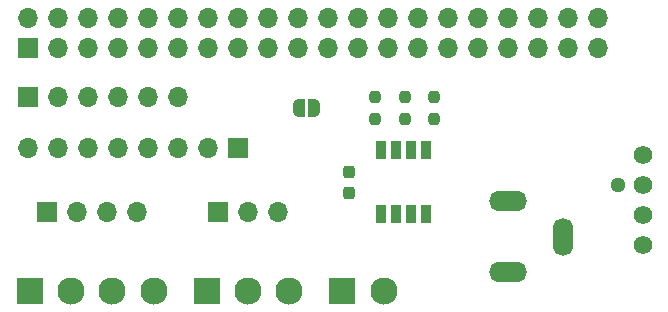
<source format=gts>
G04 #@! TF.GenerationSoftware,KiCad,Pcbnew,7.0.11-7.0.11~ubuntu22.04.1*
G04 #@! TF.CreationDate,2024-06-23T17:04:06+02:00*
G04 #@! TF.ProjectId,RaspiZeroHat_12v_v2.5c,52617370-695a-4657-926f-4861745f3132,rev?*
G04 #@! TF.SameCoordinates,Original*
G04 #@! TF.FileFunction,Soldermask,Top*
G04 #@! TF.FilePolarity,Negative*
%FSLAX46Y46*%
G04 Gerber Fmt 4.6, Leading zero omitted, Abs format (unit mm)*
G04 Created by KiCad (PCBNEW 7.0.11-7.0.11~ubuntu22.04.1) date 2024-06-23 17:04:06*
%MOMM*%
%LPD*%
G01*
G04 APERTURE LIST*
G04 Aperture macros list*
%AMRoundRect*
0 Rectangle with rounded corners*
0 $1 Rounding radius*
0 $2 $3 $4 $5 $6 $7 $8 $9 X,Y pos of 4 corners*
0 Add a 4 corners polygon primitive as box body*
4,1,4,$2,$3,$4,$5,$6,$7,$8,$9,$2,$3,0*
0 Add four circle primitives for the rounded corners*
1,1,$1+$1,$2,$3*
1,1,$1+$1,$4,$5*
1,1,$1+$1,$6,$7*
1,1,$1+$1,$8,$9*
0 Add four rect primitives between the rounded corners*
20,1,$1+$1,$2,$3,$4,$5,0*
20,1,$1+$1,$4,$5,$6,$7,0*
20,1,$1+$1,$6,$7,$8,$9,0*
20,1,$1+$1,$8,$9,$2,$3,0*%
%AMFreePoly0*
4,1,19,0.000000,0.744911,0.071157,0.744911,0.207708,0.704816,0.327430,0.627875,0.420627,0.520320,0.479746,0.390866,0.500000,0.250000,0.500000,-0.250000,0.479746,-0.390866,0.420627,-0.520320,0.327430,-0.627875,0.207708,-0.704816,0.071157,-0.744911,0.000000,-0.744911,0.000000,-0.750000,-0.500000,-0.750000,-0.500000,0.750000,0.000000,0.750000,0.000000,0.744911,0.000000,0.744911,
$1*%
%AMFreePoly1*
4,1,19,0.500000,-0.750000,0.000000,-0.750000,0.000000,-0.744911,-0.071157,-0.744911,-0.207708,-0.704816,-0.327430,-0.627875,-0.420627,-0.520320,-0.479746,-0.390866,-0.500000,-0.250000,-0.500000,0.250000,-0.479746,0.390866,-0.420627,0.520320,-0.327430,0.627875,-0.207708,0.704816,-0.071157,0.744911,0.000000,0.744911,0.000000,0.750000,0.500000,0.750000,0.500000,-0.750000,0.500000,-0.750000,
$1*%
G04 Aperture macros list end*
%ADD10O,1.712000X3.220000*%
%ADD11O,3.220000X1.712000*%
%ADD12RoundRect,0.237500X-0.237500X0.250000X-0.237500X-0.250000X0.237500X-0.250000X0.237500X0.250000X0*%
%ADD13C,2.300000*%
%ADD14R,2.300000X2.300000*%
%ADD15RoundRect,0.237500X-0.237500X0.300000X-0.237500X-0.300000X0.237500X-0.300000X0.237500X0.300000X0*%
%ADD16FreePoly0,180.000000*%
%ADD17FreePoly1,180.000000*%
%ADD18O,1.700000X1.700000*%
%ADD19R,1.700000X1.700000*%
%ADD20C,1.574800*%
%ADD21C,1.295400*%
%ADD22RoundRect,0.102000X0.300000X-0.700000X0.300000X0.700000X-0.300000X0.700000X-0.300000X-0.700000X0*%
G04 APERTURE END LIST*
D10*
X153675000Y-90700000D03*
D11*
X148975000Y-93700000D03*
X148975000Y-87700000D03*
D12*
X140253100Y-80710000D03*
X140253100Y-78885000D03*
X137753100Y-80710000D03*
X137753100Y-78885000D03*
D13*
X130500000Y-95300000D03*
X127000000Y-95300000D03*
D14*
X123500000Y-95300000D03*
D15*
X135553100Y-86962500D03*
X135553100Y-85237500D03*
D16*
X131303100Y-79797500D03*
D17*
X132603100Y-79797500D03*
D13*
X119000000Y-95300000D03*
X115500000Y-95300000D03*
X112000000Y-95300000D03*
D14*
X108500000Y-95300000D03*
D18*
X108340000Y-83200000D03*
X110880000Y-83200000D03*
X113420000Y-83200000D03*
X115960000Y-83200000D03*
X118500000Y-83200000D03*
X121040000Y-83200000D03*
X123580000Y-83200000D03*
D19*
X126120000Y-83200000D03*
D18*
X117570000Y-88600000D03*
X115030000Y-88600000D03*
X112490000Y-88600000D03*
D19*
X109950000Y-88600000D03*
D20*
X160452900Y-83785100D03*
X160452900Y-86325100D03*
X160452900Y-88865100D03*
X160452900Y-91405100D03*
D21*
X158292899Y-86325100D03*
D18*
X121070000Y-78900000D03*
X118530000Y-78900000D03*
X115990000Y-78900000D03*
X113450000Y-78900000D03*
X110910000Y-78900000D03*
D19*
X108370000Y-78900000D03*
D22*
X138248100Y-83400000D03*
X139518100Y-83400000D03*
X140788100Y-83400000D03*
X142058100Y-83400000D03*
X142058100Y-88800000D03*
X140788100Y-88800000D03*
X139518100Y-88800000D03*
X138248100Y-88800000D03*
D18*
X129555000Y-88600000D03*
X127015000Y-88600000D03*
D19*
X124475000Y-88600000D03*
D12*
X142753100Y-80710000D03*
X142753100Y-78885000D03*
D13*
X138500000Y-95300000D03*
D14*
X135000000Y-95300000D03*
D18*
X156630000Y-72165000D03*
X156630000Y-74705000D03*
X154090000Y-72165000D03*
X154090000Y-74705000D03*
X151550000Y-72165000D03*
X151550000Y-74705000D03*
X149010000Y-72165000D03*
X149010000Y-74705000D03*
X146470000Y-72165000D03*
X146470000Y-74705000D03*
X143930000Y-72165000D03*
X143930000Y-74705000D03*
X141390000Y-72165000D03*
X141390000Y-74705000D03*
X138850000Y-72165000D03*
X138850000Y-74705000D03*
X136310000Y-72165000D03*
X136310000Y-74705000D03*
X133770000Y-72165000D03*
X133770000Y-74705000D03*
X131230000Y-72165000D03*
X131230000Y-74705000D03*
X128690000Y-72165000D03*
X128690000Y-74705000D03*
X126150000Y-72165000D03*
X126150000Y-74705000D03*
X123610000Y-72165000D03*
X123610000Y-74705000D03*
X121070000Y-72165000D03*
X121070000Y-74705000D03*
X118530000Y-72165000D03*
X118530000Y-74705000D03*
X115990000Y-72165000D03*
X115990000Y-74705000D03*
X113450000Y-72165000D03*
X113450000Y-74705000D03*
X110910000Y-72165000D03*
X110910000Y-74705000D03*
X108370000Y-72165000D03*
D19*
X108370000Y-74705000D03*
M02*

</source>
